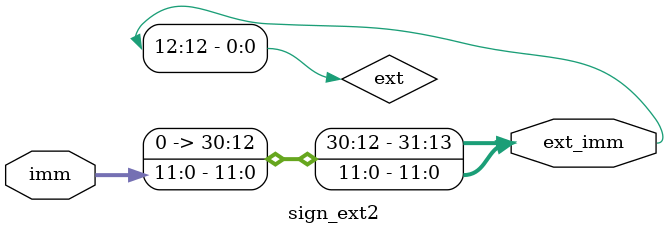
<source format=v>

module sign_ext2(
    input [11:0]imm,

    output [31:0]ext_imm
);

/*
*   Problem 5:
*   Describe sign extension logic using ternary operator.
*/

assign ext_imm = {ext, imm};

endmodule

</source>
